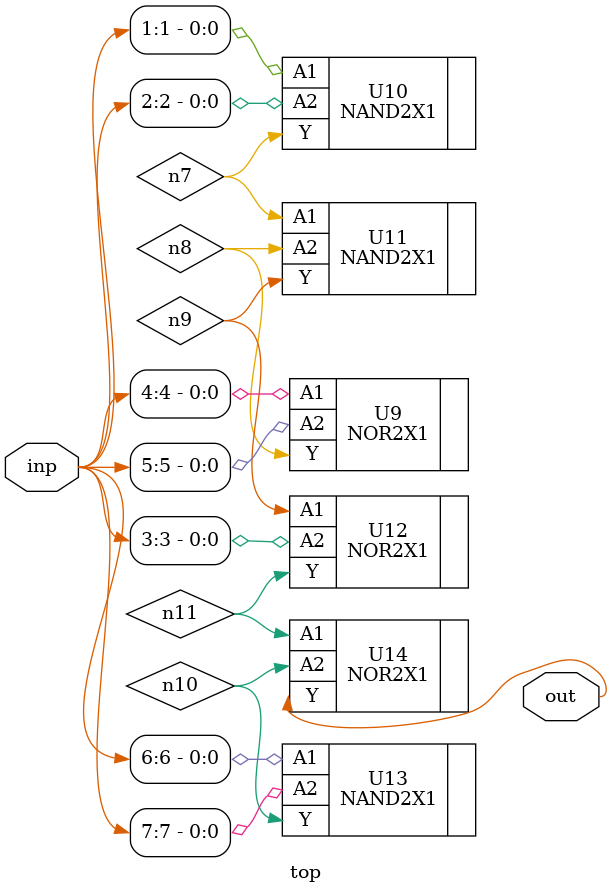
<source format=sv>


module top ( inp, out );
  input [7:0] inp;
  output out;
  wire   n7, n8, n9, n10, n11;

  NOR2X1 U9 ( .A1(inp[4]), .A2(inp[5]), .Y(n8) );
  NAND2X1 U10 ( .A1(inp[1]), .A2(inp[2]), .Y(n7) );
  NAND2X1 U11 ( .A1(n7), .A2(n8), .Y(n9) );
  NOR2X1 U12 ( .A1(n9), .A2(inp[3]), .Y(n11) );
  NAND2X1 U13 ( .A1(inp[6]), .A2(inp[7]), .Y(n10) );
  NOR2X1 U14 ( .A1(n11), .A2(n10), .Y(out) );
endmodule


</source>
